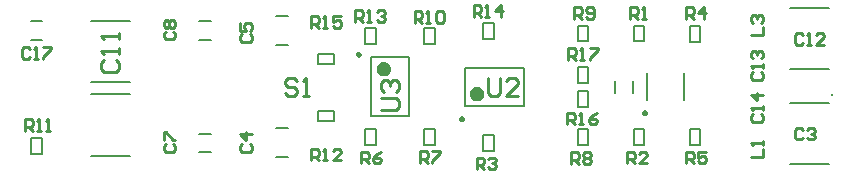
<source format=gbr>
%FSTAX23Y23*%
%MOMM*%
%SFA1B1*%

%IPPOS*%
%ADD39C,0.200000*%
%ADD40C,0.253999*%
%ADD41C,0.599999*%
%ADD42C,0.250000*%
%ADD43C,0.100000*%
%LNmicamp_legend_top-1*%
%LPD*%
G54D39*
X31599Y05499D02*
X34799D01*
X31599Y10499D02*
X34799D01*
Y05499D02*
Y10499D01*
X31599Y05499D02*
Y10499D01*
X44499Y06399D02*
Y09599D01*
X39499Y06399D02*
Y09599D01*
X44499*
X39499Y06399D02*
X44499D01*
X54949Y06849D02*
Y09149D01*
X58049Y06849D02*
Y09149D01*
X49049Y09674D02*
X49949D01*
X49049Y08324D02*
X49949D01*
X49049D02*
Y09674D01*
X49949Y08324D02*
Y09674D01*
X49049Y06299D02*
X49949D01*
X49049Y07649D02*
X49949D01*
Y06299D02*
Y07649D01*
X49049Y06299D02*
Y07649D01*
X28424Y09899D02*
Y10799D01*
X27074Y09899D02*
Y10799D01*
X28424*
X27074Y09899D02*
X28424D01*
X41049Y12074D02*
X41949D01*
X41049Y13424D02*
X41949D01*
Y12074D02*
Y13424D01*
X41049Y12074D02*
Y13424D01*
X31049Y11574D02*
X31949D01*
X31049Y12924D02*
X31949D01*
Y11574D02*
Y12924D01*
X31049Y11574D02*
Y12924D01*
X27074Y05049D02*
Y05949D01*
X28424Y05049D02*
Y05949D01*
X27074Y05049D02*
X28424D01*
X27074Y05949D02*
X28424D01*
X02799Y02324D02*
X03699D01*
X02799Y03674D02*
X03699D01*
Y02324D02*
Y03674D01*
X02799Y02324D02*
Y03674D01*
X36049Y11574D02*
X36949D01*
X36049Y12924D02*
X36949D01*
Y11574D02*
Y12924D01*
X36049Y11574D02*
Y12924D01*
X49049Y13174D02*
X49949D01*
X49049Y11824D02*
X49949D01*
X49049D02*
Y13174D01*
X49949Y11824D02*
Y13174D01*
X49049Y04374D02*
X49949D01*
X49049Y03024D02*
X49949D01*
X49049D02*
Y04374D01*
X49949Y03024D02*
Y04374D01*
X36049Y03099D02*
X36949D01*
X36049Y04449D02*
X36949D01*
Y03099D02*
Y04449D01*
X36049Y03099D02*
Y04449D01*
X31049Y03074D02*
X31949D01*
X31049Y04424D02*
X31949D01*
Y03074D02*
Y04424D01*
X31049Y03074D02*
Y04424D01*
X58549D02*
X59449D01*
X58549Y03074D02*
X59449D01*
X58549D02*
Y04424D01*
X59449Y03074D02*
Y04424D01*
X58549Y13149D02*
X59449D01*
X58549Y11799D02*
X59449D01*
X58549D02*
Y13149D01*
X59449Y11799D02*
Y13149D01*
X41049Y02574D02*
X41949D01*
X41049Y03924D02*
X41949D01*
Y02574D02*
Y03924D01*
X41049Y02574D02*
Y03924D01*
X53799Y03074D02*
X54699D01*
X53799Y04424D02*
X54699D01*
Y03074D02*
Y04424D01*
X53799Y03074D02*
Y04424D01*
Y13174D02*
X54699D01*
X53799Y11824D02*
X54699D01*
X53799D02*
Y13174D01*
X54699Y11824D02*
Y13174D01*
X02749Y11974D02*
X03749D01*
X02749Y13524D02*
X03749D01*
X53774Y07499D02*
Y08499D01*
X52224Y07499D02*
Y08499D01*
X67049Y14659D02*
X70349D01*
X67049Y09459D02*
X70349D01*
X07849Y13599D02*
X11149D01*
X07849Y08399D02*
X11149D01*
X07849Y02149D02*
X11149D01*
X07849Y07349D02*
X11149D01*
X16999Y11974D02*
X17999D01*
X16999Y13524D02*
X17999D01*
X16999Y04024D02*
X17999D01*
X16999Y02474D02*
X17999D01*
X23499Y11524D02*
X24499D01*
X23499Y13974D02*
X24499D01*
X23499Y04474D02*
X24499D01*
X23499Y02024D02*
X24499D01*
X67049Y06624D02*
X70349D01*
X67049Y01424D02*
X70349D01*
G54D40*
X02666Y11158D02*
X02499Y11324D01*
X02166*
X01999Y11158*
Y10491*
X02166Y10324*
X02499*
X02666Y10491*
X02999Y10324D02*
X03332D01*
X03166*
Y11324*
X02999Y11158*
X03832Y11324D02*
X04499D01*
Y11158*
X03832Y10491*
Y10324*
X32426Y05999D02*
X33696D01*
X33949Y06253*
Y06761*
X33696Y07015*
X32426*
X3268Y07523D02*
X32426Y07777D01*
Y08285*
X3268Y08539*
X32934*
X33188Y08285*
Y08031*
Y08285*
X33442Y08539*
X33696*
X33949Y08285*
Y07777*
X33696Y07523*
X41499Y08773D02*
Y07503D01*
X41753Y07249*
X42261*
X42515Y07503*
Y08773*
X44039Y07249D02*
X43023D01*
X44039Y08265*
Y08519*
X43785Y08773*
X43277*
X43023Y08519*
X48249Y10249D02*
Y11249D01*
X48749*
X48916Y11083*
Y10749*
X48749Y10583*
X48249*
X48583D02*
X48916Y10249D01*
X49249D02*
X49582D01*
X49416*
Y11249*
X49249Y11083*
X50082Y11249D02*
X50749D01*
Y11083*
X50082Y10416*
Y10249*
X48199Y04799D02*
Y05799D01*
X48699*
X48866Y05633*
Y05299*
X48699Y05133*
X48199*
X48533D02*
X48866Y04799D01*
X49199D02*
X49532D01*
X49366*
Y05799*
X49199Y05633*
X50699Y05799D02*
X50365Y05633D01*
X50032Y05299*
Y04966*
X50199Y04799*
X50532*
X50699Y04966*
Y05133*
X50532Y05299*
X50032*
X26499Y12999D02*
Y13999D01*
X26999*
X27166Y13833*
Y13499*
X26999Y13333*
X26499*
X26833D02*
X27166Y12999D01*
X27499D02*
X27832D01*
X27666*
Y13999*
X27499Y13833*
X28999Y13999D02*
X28332D01*
Y13499*
X28665Y13666*
X28832*
X28999Y13499*
Y13166*
X28832Y12999*
X28499*
X28332Y13166*
X30249Y13499D02*
Y14499D01*
X30749*
X30916Y14333*
Y13999*
X30749Y13833*
X30249*
X30583D02*
X30916Y13499D01*
X31249D02*
X31582D01*
X31416*
Y14499*
X31249Y14333*
X32082D02*
X32249Y14499D01*
X32582*
X32749Y14333*
Y14166*
X32582Y13999*
X32415*
X32582*
X32749Y13833*
Y13666*
X32582Y13499*
X32249*
X32082Y13666*
X26499Y01749D02*
Y02749D01*
X26999*
X27166Y02583*
Y02249*
X26999Y02083*
X26499*
X26833D02*
X27166Y01749D01*
X27499D02*
X27832D01*
X27666*
Y02749*
X27499Y02583*
X28999Y01749D02*
X28332D01*
X28999Y02416*
Y02583*
X28832Y02749*
X28499*
X28332Y02583*
X30749Y01499D02*
Y02499D01*
X31249*
X31416Y02333*
Y01999*
X31249Y01833*
X30749*
X31083D02*
X31416Y01499D01*
X32416Y02499D02*
X32082Y02333D01*
X31749Y01999*
Y01666*
X31916Y01499*
X32249*
X32416Y01666*
Y01833*
X32249Y01999*
X31749*
X63916Y05666D02*
X6375Y05499D01*
Y05166*
X63916Y04999*
X64583*
X64749Y05166*
Y05499*
X64583Y05666*
X64749Y05999D02*
Y06332D01*
Y06166*
X6375*
X63916Y05999*
X64749Y07332D02*
X6375D01*
X6425Y06832*
Y07499*
X63916Y09216D02*
X6375Y09049D01*
Y08716*
X63916Y08549*
X64583*
X64749Y08716*
Y09049*
X64583Y09216*
X64749Y09549D02*
Y09882D01*
Y09716*
X6375*
X63916Y09549*
Y10382D02*
X6375Y10549D01*
Y10882*
X63916Y11049*
X64083*
X6425Y10882*
Y10715*
Y10882*
X64416Y11049*
X64583*
X64749Y10882*
Y10549*
X64583Y10382*
X68116Y12333D02*
X67949Y12499D01*
X67616*
X67449Y12333*
Y11666*
X67616Y11499*
X67949*
X68116Y11666*
X68449Y11499D02*
X68782D01*
X68616*
Y12499*
X68449Y12333*
X69949Y11499D02*
X69282D01*
X69949Y12166*
Y12333*
X69782Y12499*
X69449*
X69282Y12333*
X0898Y10265D02*
X08726Y10011D01*
Y09503*
X0898Y09249*
X09996*
X10249Y09503*
Y10011*
X09996Y10265*
X10249Y10773D02*
Y11281D01*
Y11027*
X08726*
X0898Y10773*
X10249Y12043D02*
Y1255D01*
Y12297*
X08726*
X0898Y12043*
X14166Y12666D02*
X14Y12499D01*
Y12166*
X14166Y11999*
X14833*
X14999Y12166*
Y12499*
X14833Y12666*
X14166Y12999D02*
X14Y13166D01*
Y13499*
X14166Y13666*
X14333*
X145Y13499*
X14666Y13666*
X14833*
X14999Y13499*
Y13166*
X14833Y12999*
X14666*
X145Y13166*
X14333Y12999*
X14166*
X145Y13166D02*
Y13499D01*
X14166Y03166D02*
X14Y02999D01*
Y02666*
X14166Y02499*
X14833*
X14999Y02666*
Y02999*
X14833Y03166*
X14Y03499D02*
Y04166D01*
X14166*
X14833Y03499*
X14999*
X20666Y12416D02*
X205Y12249D01*
Y11916*
X20666Y11749*
X21333*
X21499Y11916*
Y12249*
X21333Y12416*
X205Y13416D02*
Y12749D01*
X21*
X20833Y13082*
Y13249*
X21Y13416*
X21333*
X21499Y13249*
Y12916*
X21333Y12749*
X20666Y03141D02*
X205Y02974D01*
Y02641*
X20666Y02474*
X21333*
X21499Y02641*
Y02974*
X21333Y03141*
X21499Y03974D02*
X205D01*
X21Y03474*
Y04141*
X68116Y04358D02*
X67949Y04524D01*
X67616*
X67449Y04358*
Y03691*
X67616Y03524*
X67949*
X68116Y03691*
X68449Y04358D02*
X68616Y04524D01*
X68949*
X69116Y04358*
Y04191*
X68949Y04024*
X68782*
X68949*
X69116Y03858*
Y03691*
X68949Y03524*
X68616*
X68449Y03691*
X25265Y08519D02*
X25011Y08773D01*
X24503*
X24249Y08519*
Y08265*
X24503Y08011*
X25011*
X25265Y07757*
Y07503*
X25011Y07249*
X24503*
X24249Y07503*
X25773Y07249D02*
X26281D01*
X26027*
Y08773*
X25773Y08519*
X40249Y13874D02*
Y14874D01*
X40749*
X40916Y14708*
Y14374*
X40749Y14208*
X40249*
X40583D02*
X40916Y13874D01*
X41249D02*
X41582D01*
X41416*
Y14874*
X41249Y14708*
X42582Y13874D02*
Y14874D01*
X42082Y14374*
X42749*
X35249Y13424D02*
Y14424D01*
X35749*
X35916Y14258*
Y13924*
X35749Y13758*
X35249*
X35583D02*
X35916Y13424D01*
X36249D02*
X36582D01*
X36416*
Y14424*
X36249Y14258*
X37082D02*
X37249Y14424D01*
X37582*
X37749Y14258*
Y13591*
X37582Y13424*
X37249*
X37082Y13591*
Y14258*
X35749Y01524D02*
Y02524D01*
X36249*
X36416Y02358*
Y02024*
X36249Y01858*
X35749*
X36083D02*
X36416Y01524D01*
X36749Y02524D02*
X37416D01*
Y02358*
X36749Y01691*
Y01524*
X40499Y00999D02*
Y01999D01*
X40999*
X41166Y01833*
Y01499*
X40999Y01333*
X40499*
X40833D02*
X41166Y00999D01*
X41499Y01833D02*
X41666Y01999D01*
X41999*
X42166Y01833*
Y01666*
X41999Y01499*
X41832*
X41999*
X42166Y01333*
Y01166*
X41999Y00999*
X41666*
X41499Y01166*
X6375Y12399D02*
X64749D01*
Y13066*
X63916Y13399D02*
X6375Y13566D01*
Y13899*
X63916Y14066*
X64083*
X6425Y13899*
Y13732*
Y13899*
X64416Y14066*
X64583*
X64749Y13899*
Y13566*
X64583Y13399*
X6375Y02024D02*
X64749D01*
Y02691*
Y03024D02*
Y03357D01*
Y03191*
X6375*
X63916Y03024*
X53249Y01499D02*
Y02499D01*
X53749*
X53916Y02333*
Y01999*
X53749Y01833*
X53249*
X53583D02*
X53916Y01499D01*
X54916D02*
X54249D01*
X54916Y02166*
Y02333*
X54749Y02499*
X54416*
X54249Y02333*
X53524Y13749D02*
Y14749D01*
X54024*
X54191Y14583*
Y14249*
X54024Y14083*
X53524*
X53858D02*
X54191Y13749D01*
X54524D02*
X54857D01*
X54691*
Y14749*
X54524Y14583*
X48749Y13749D02*
Y14749D01*
X49249*
X49416Y14583*
Y14249*
X49249Y14083*
X48749*
X49083D02*
X49416Y13749D01*
X49749Y13916D02*
X49916Y13749D01*
X50249*
X50416Y13916*
Y14583*
X50249Y14749*
X49916*
X49749Y14583*
Y14416*
X49916Y14249*
X50416*
X48499Y01474D02*
Y02474D01*
X48999*
X49166Y02308*
Y01974*
X48999Y01808*
X48499*
X48833D02*
X49166Y01474D01*
X49499Y02308D02*
X49666Y02474D01*
X49999*
X50166Y02308*
Y02141*
X49999Y01974*
X50166Y01808*
Y01641*
X49999Y01474*
X49666*
X49499Y01641*
Y01808*
X49666Y01974*
X49499Y02141*
Y02308*
X49666Y01974D02*
X49999D01*
X58249Y01499D02*
Y02499D01*
X58749*
X58916Y02333*
Y01999*
X58749Y01833*
X58249*
X58583D02*
X58916Y01499D01*
X59916Y02499D02*
X59249D01*
Y01999*
X59582Y02166*
X59749*
X59916Y01999*
Y01666*
X59749Y01499*
X59416*
X59249Y01666*
X58249Y13749D02*
Y14749D01*
X58749*
X58916Y14583*
Y14249*
X58749Y14083*
X58249*
X58583D02*
X58916Y13749D01*
X59749D02*
Y14749D01*
X59249Y14249*
X59916*
X02249Y04249D02*
Y05249D01*
X02749*
X02916Y05083*
Y04749*
X02749Y04583*
X02249*
X02583D02*
X02916Y04249D01*
X03249D02*
X03582D01*
X03416*
Y05249*
X03249Y05083*
X04082Y04249D02*
X04415D01*
X04249*
Y05249*
X04082Y05083*
G54D41*
X32899Y09499D02*
D01*
X32899Y0952*
X32897Y09541*
X32893Y09562*
X32888Y09582*
X32881Y09602*
X32874Y09622*
X32864Y0964*
X32854Y09658*
X32842Y09676*
X32829Y09692*
X32815Y09708*
X328Y09722*
X32784Y09736*
X32767Y09748*
X32749Y09759*
X32731Y09769*
X32712Y09778*
X32692Y09785*
X32672Y09791*
X32652Y09795*
X32631Y09798*
X3261Y09799*
X32589*
X32568Y09798*
X32547Y09795*
X32527Y09791*
X32507Y09785*
X32487Y09778*
X32468Y09769*
X32449Y09759*
X32432Y09748*
X32415Y09736*
X32399Y09722*
X32384Y09708*
X3237Y09692*
X32357Y09676*
X32345Y09658*
X32335Y0964*
X32325Y09622*
X32318Y09602*
X32311Y09582*
X32306Y09562*
X32302Y09541*
X323Y0952*
X32299Y09499*
X323Y09479*
X32302Y09458*
X32306Y09437*
X32311Y09417*
X32318Y09397*
X32325Y09377*
X32335Y09359*
X32345Y09341*
X32357Y09323*
X3237Y09307*
X32384Y09291*
X32399Y09277*
X32415Y09263*
X32432Y09251*
X32449Y0924*
X32468Y0923*
X32487Y09221*
X32507Y09214*
X32527Y09208*
X32547Y09204*
X32568Y09201*
X32589Y092*
X3261*
X32631Y09201*
X32652Y09204*
X32672Y09208*
X32692Y09214*
X32712Y09221*
X32731Y0923*
X32749Y0924*
X32767Y09251*
X32784Y09263*
X328Y09277*
X32815Y09291*
X32829Y09307*
X32842Y09323*
X32854Y09341*
X32864Y09359*
X32874Y09377*
X32881Y09397*
X32888Y09417*
X32893Y09437*
X32897Y09458*
X32899Y09479*
X32899Y09499*
X40799Y07399D02*
D01*
X40799Y0742*
X40797Y07441*
X40793Y07462*
X40788Y07482*
X40781Y07502*
X40774Y07522*
X40764Y0754*
X40754Y07558*
X40742Y07576*
X40729Y07592*
X40715Y07608*
X407Y07622*
X40684Y07636*
X40667Y07648*
X40649Y07659*
X40631Y07669*
X40612Y07678*
X40592Y07685*
X40572Y07691*
X40552Y07695*
X40531Y07698*
X4051Y07699*
X40489*
X40468Y07698*
X40447Y07695*
X40427Y07691*
X40407Y07685*
X40387Y07678*
X40368Y07669*
X40349Y07659*
X40332Y07648*
X40315Y07636*
X40299Y07622*
X40284Y07608*
X4027Y07592*
X40257Y07576*
X40245Y07558*
X40235Y0754*
X40225Y07522*
X40218Y07502*
X40211Y07482*
X40206Y07462*
X40202Y07441*
X402Y0742*
X40199Y07399*
X402Y07379*
X40202Y07358*
X40206Y07337*
X40211Y07317*
X40218Y07297*
X40225Y07277*
X40235Y07259*
X40245Y07241*
X40257Y07223*
X4027Y07207*
X40284Y07191*
X40299Y07177*
X40315Y07163*
X40332Y07151*
X40349Y0714*
X40368Y0713*
X40387Y07121*
X40407Y07114*
X40427Y07108*
X40447Y07104*
X40468Y07101*
X40489Y071*
X4051*
X40531Y07101*
X40552Y07104*
X40572Y07108*
X40592Y07114*
X40612Y07121*
X40631Y0713*
X40649Y0714*
X40667Y07151*
X40684Y07163*
X407Y07177*
X40715Y07191*
X40729Y07207*
X40742Y07223*
X40754Y07241*
X40764Y07259*
X40774Y07277*
X40781Y07297*
X40788Y07317*
X40793Y07337*
X40797Y07358*
X40799Y07379*
X40799Y07399*
G54D42*
X30599Y10754D02*
D01*
X30599Y10763*
X30598Y10772*
X30597Y1078*
X30595Y10789*
X30592Y10797*
X30589Y10805*
X30585Y10813*
X3058Y10821*
X30576Y10828*
X3057Y10835*
X30564Y10841*
X30558Y10847*
X30551Y10853*
X30544Y10858*
X30537Y10863*
X30529Y10867*
X30521Y1087*
X30513Y10873*
X30505Y10876*
X30496Y10878*
X30488Y10879*
X30479Y10879*
X3047*
X30461Y10879*
X30453Y10878*
X30444Y10876*
X30436Y10873*
X30428Y1087*
X3042Y10867*
X30412Y10863*
X30405Y10858*
X30398Y10853*
X30391Y10847*
X30385Y10841*
X30379Y10835*
X30373Y10828*
X30368Y10821*
X30364Y10813*
X3036Y10805*
X30357Y10797*
X30354Y10789*
X30352Y1078*
X30351Y10772*
X3035Y10763*
X30349Y10754*
X3035Y10746*
X30351Y10737*
X30352Y10729*
X30354Y1072*
X30357Y10712*
X3036Y10704*
X30364Y10696*
X30368Y10688*
X30373Y10681*
X30379Y10674*
X30385Y10668*
X30391Y10662*
X30398Y10656*
X30405Y10651*
X30412Y10646*
X3042Y10642*
X30428Y10639*
X30436Y10636*
X30444Y10633*
X30453Y10631*
X30461Y1063*
X3047Y1063*
X30479*
X30488Y1063*
X30496Y10631*
X30505Y10633*
X30513Y10636*
X30521Y10639*
X30529Y10642*
X30537Y10646*
X30544Y10651*
X30551Y10656*
X30558Y10662*
X30564Y10668*
X3057Y10674*
X30576Y10681*
X3058Y10688*
X30585Y10696*
X30589Y10704*
X30592Y10712*
X30595Y1072*
X30597Y10729*
X30598Y10737*
X30599Y10746*
X30599Y10754*
X3937Y05274D02*
D01*
X39369Y05283*
X39368Y05292*
X39367Y053*
X39365Y05309*
X39362Y05317*
X39359Y05325*
X39355Y05333*
X39351Y05341*
X39346Y05348*
X3934Y05355*
X39334Y05361*
X39328Y05367*
X39321Y05373*
X39314Y05378*
X39307Y05383*
X39299Y05387*
X39291Y0539*
X39283Y05393*
X39275Y05396*
X39266Y05398*
X39258Y05399*
X39249Y05399*
X3924*
X39231Y05399*
X39223Y05398*
X39214Y05396*
X39206Y05393*
X39198Y0539*
X3919Y05387*
X39182Y05383*
X39175Y05378*
X39168Y05373*
X39161Y05367*
X39155Y05361*
X39149Y05355*
X39143Y05348*
X39138Y05341*
X39134Y05333*
X3913Y05325*
X39127Y05317*
X39124Y05309*
X39122Y053*
X39121Y05292*
X3912Y05283*
X39119Y05274*
X3912Y05266*
X39121Y05257*
X39122Y05248*
X39124Y0524*
X39127Y05232*
X3913Y05224*
X39134Y05216*
X39138Y05208*
X39143Y05201*
X39149Y05194*
X39155Y05188*
X39161Y05182*
X39168Y05176*
X39175Y05171*
X39182Y05166*
X3919Y05162*
X39198Y05159*
X39206Y05156*
X39214Y05153*
X39223Y05151*
X39231Y0515*
X3924Y0515*
X39249*
X39258Y0515*
X39266Y05151*
X39275Y05153*
X39283Y05156*
X39291Y05159*
X39299Y05162*
X39307Y05166*
X39314Y05171*
X39321Y05176*
X39328Y05182*
X39334Y05188*
X3934Y05194*
X39346Y05201*
X39351Y05208*
X39355Y05216*
X39359Y05224*
X39362Y05232*
X39365Y0524*
X39367Y05248*
X39368Y05257*
X39369Y05266*
X3937Y05274*
X54849Y05774D02*
D01*
X54849Y05783*
X54848Y05792*
X54847Y058*
X54845Y05809*
X54842Y05817*
X54839Y05825*
X54835Y05833*
X54831Y05841*
X54826Y05848*
X5482Y05855*
X54814Y05861*
X54808Y05867*
X54801Y05873*
X54794Y05878*
X54787Y05883*
X54779Y05887*
X54771Y0589*
X54763Y05893*
X54755Y05896*
X54746Y05898*
X54738Y05899*
X54729Y05899*
X5472*
X54711Y05899*
X54703Y05898*
X54694Y05896*
X54686Y05893*
X54678Y0589*
X5467Y05887*
X54662Y05883*
X54655Y05878*
X54648Y05873*
X54641Y05867*
X54635Y05861*
X54629Y05855*
X54623Y05848*
X54618Y05841*
X54614Y05833*
X5461Y05825*
X54607Y05817*
X54604Y05809*
X54602Y058*
X54601Y05792*
X546Y05783*
X54599Y05774*
X546Y05766*
X54601Y05757*
X54602Y05749*
X54604Y0574*
X54607Y05732*
X5461Y05724*
X54614Y05716*
X54618Y05708*
X54623Y05701*
X54629Y05694*
X54635Y05688*
X54641Y05682*
X54648Y05676*
X54655Y05671*
X54662Y05666*
X5467Y05662*
X54678Y05659*
X54686Y05656*
X54694Y05653*
X54703Y05651*
X54711Y0565*
X5472Y0565*
X54729*
X54738Y0565*
X54746Y05651*
X54755Y05653*
X54763Y05656*
X54771Y05659*
X54779Y05662*
X54787Y05666*
X54794Y05671*
X54801Y05676*
X54808Y05682*
X54814Y05688*
X5482Y05694*
X54826Y05701*
X54831Y05708*
X54835Y05716*
X54839Y05724*
X54842Y05732*
X54845Y0574*
X54847Y05749*
X54848Y05757*
X54849Y05766*
X54849Y05774*
G54D43*
X70587Y07302D02*
D01*
X70587Y07306*
X70586Y07309*
X70586Y07313*
X70585Y07316*
X70584Y07319*
X70582Y07323*
X70581Y07326*
X70579Y07329*
X70577Y07332*
X70575Y07334*
X70573Y07337*
X7057Y0734*
X70567Y07342*
X70565Y07344*
X70562Y07346*
X70559Y07347*
X70555Y07349*
X70552Y0735*
X70549Y07351*
X70545Y07352*
X70542Y07352*
X70538Y07352*
X70535*
X70531Y07352*
X70528Y07352*
X70525Y07351*
X70521Y0735*
X70518Y07349*
X70515Y07347*
X70512Y07346*
X70509Y07344*
X70506Y07342*
X70503Y0734*
X70501Y07337*
X70498Y07334*
X70496Y07332*
X70494Y07329*
X70492Y07326*
X70491Y07323*
X7049Y07319*
X70489Y07316*
X70488Y07313*
X70487Y07309*
X70487Y07306*
X70487Y07302*
X70487Y07299*
X70487Y07295*
X70488Y07292*
X70489Y07289*
X7049Y07285*
X70491Y07282*
X70492Y07279*
X70494Y07276*
X70496Y07273*
X70498Y0727*
X70501Y07268*
X70503Y07265*
X70506Y07263*
X70509Y07261*
X70512Y07259*
X70515Y07257*
X70518Y07256*
X70521Y07255*
X70525Y07254*
X70528Y07253*
X70531Y07253*
X70535Y07252*
X70538*
X70542Y07253*
X70545Y07253*
X70549Y07254*
X70552Y07255*
X70555Y07256*
X70559Y07257*
X70562Y07259*
X70565Y07261*
X70567Y07263*
X7057Y07265*
X70573Y07268*
X70575Y0727*
X70577Y07273*
X70579Y07276*
X70581Y07279*
X70582Y07282*
X70584Y07285*
X70585Y07289*
X70586Y07292*
X70586Y07295*
X70587Y07299*
X70587Y07302*
M02*
</source>
